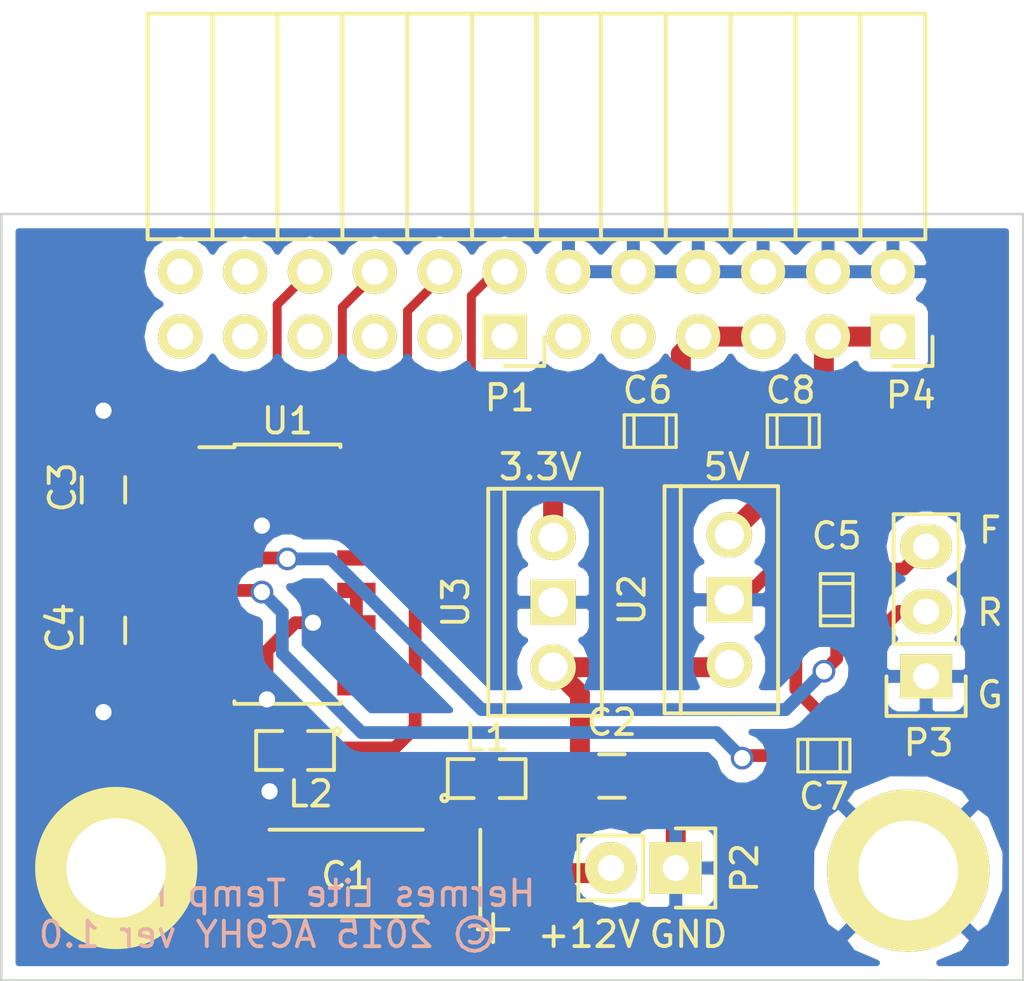
<source format=kicad_pcb>
(kicad_pcb (version 4) (host pcbnew "(2014-10-27 BZR 5228)-product")

  (general
    (links 47)
    (no_connects 0)
    (area 123.949999 99.949999 164.050001 130.050001)
    (thickness 1.6)
    (drawings 10)
    (tracks 137)
    (zones 0)
    (modules 19)
    (nets 31)
  )

  (page A4)
  (layers
    (0 F.Cu signal)
    (31 B.Cu signal)
    (32 B.Adhes user)
    (33 F.Adhes user)
    (34 B.Paste user)
    (35 F.Paste user)
    (36 B.SilkS user)
    (37 F.SilkS user)
    (38 B.Mask user)
    (39 F.Mask user)
    (40 Dwgs.User user)
    (41 Cmts.User user)
    (42 Eco1.User user)
    (43 Eco2.User user)
    (44 Edge.Cuts user)
    (45 Margin user)
    (46 B.CrtYd user)
    (47 F.CrtYd user)
    (48 B.Fab user)
    (49 F.Fab user)
  )

  (setup
    (last_trace_width 0.35)
    (user_trace_width 0.5)
    (user_trace_width 0.78)
    (trace_clearance 0.19812)
    (zone_clearance 0.508)
    (zone_45_only no)
    (trace_min 0.254)
    (segment_width 0.2)
    (edge_width 0.1)
    (via_size 0.889)
    (via_drill 0.635)
    (via_min_size 0.889)
    (via_min_drill 0.508)
    (uvia_size 0.508)
    (uvia_drill 0.127)
    (uvias_allowed no)
    (uvia_min_size 0.508)
    (uvia_min_drill 0.127)
    (pcb_text_width 0.3)
    (pcb_text_size 1.5 1.5)
    (mod_edge_width 0.15)
    (mod_text_size 1 1)
    (mod_text_width 0.15)
    (pad_size 6.35 6.35)
    (pad_drill 3.9)
    (pad_to_mask_clearance 0)
    (aux_axis_origin 0 0)
    (visible_elements 7FFFFF7F)
    (pcbplotparams
      (layerselection 0x010f0_80000001)
      (usegerberextensions true)
      (excludeedgelayer true)
      (linewidth 0.100000)
      (plotframeref false)
      (viasonmask false)
      (mode 1)
      (useauxorigin true)
      (hpglpennumber 1)
      (hpglpenspeed 20)
      (hpglpendiameter 15)
      (hpglpenoverlay 2)
      (psnegative false)
      (psa4output false)
      (plotreference true)
      (plotvalue true)
      (plotinvisibletext false)
      (padsonsilk false)
      (subtractmaskfromsilk false)
      (outputformat 1)
      (mirror false)
      (drillshape 0)
      (scaleselection 1)
      (outputdirectory gerbers/))
  )

  (net 0 "")
  (net 1 "Net-(C1-Pad1)")
  (net 2 GND)
  (net 3 "Net-(C5-Pad1)")
  (net 4 "Net-(C8-Pad1)")
  (net 5 "Net-(C7-Pad1)")
  (net 6 "Net-(C8-Pad2)")
  (net 7 "Net-(C6-Pad1)")
  (net 8 "Net-(C6-Pad2)")
  (net 9 "Net-(C2-Pad1)")
  (net 10 "Net-(C3-Pad1)")
  (net 11 "Net-(C5-Pad2)")
  (net 12 "Net-(C7-Pad2)")
  (net 13 "Net-(P1-Pad1)")
  (net 14 "Net-(P1-Pad2)")
  (net 15 "Net-(P1-Pad3)")
  (net 16 "Net-(P1-Pad4)")
  (net 17 "Net-(P1-Pad5)")
  (net 18 "Net-(P1-Pad6)")
  (net 19 "Net-(P1-Pad7)")
  (net 20 "Net-(P1-Pad8)")
  (net 21 "Net-(P1-Pad9)")
  (net 22 "Net-(P1-Pad10)")
  (net 23 "Net-(P1-Pad11)")
  (net 24 "Net-(P1-Pad12)")
  (net 25 "Net-(P4-Pad9)")
  (net 26 "Net-(P4-Pad11)")
  (net 27 "Net-(U1-Pad7)")
  (net 28 "Net-(U1-Pad8)")
  (net 29 "Net-(U1-Pad9)")
  (net 30 "Net-(U1-Pad6)")

  (net_class Default "This is the default net class."
    (clearance 0.19812)
    (trace_width 0.35)
    (via_dia 0.889)
    (via_drill 0.635)
    (uvia_dia 0.508)
    (uvia_drill 0.127)
    (add_net GND)
    (add_net "Net-(C1-Pad1)")
    (add_net "Net-(C2-Pad1)")
    (add_net "Net-(C3-Pad1)")
    (add_net "Net-(C5-Pad2)")
    (add_net "Net-(C6-Pad1)")
    (add_net "Net-(C6-Pad2)")
    (add_net "Net-(C7-Pad1)")
    (add_net "Net-(C7-Pad2)")
    (add_net "Net-(C8-Pad1)")
    (add_net "Net-(C8-Pad2)")
    (add_net "Net-(P1-Pad1)")
    (add_net "Net-(P1-Pad10)")
    (add_net "Net-(P1-Pad11)")
    (add_net "Net-(P1-Pad12)")
    (add_net "Net-(P1-Pad2)")
    (add_net "Net-(P1-Pad3)")
    (add_net "Net-(P1-Pad4)")
    (add_net "Net-(P1-Pad5)")
    (add_net "Net-(P1-Pad6)")
    (add_net "Net-(P1-Pad7)")
    (add_net "Net-(P1-Pad8)")
    (add_net "Net-(P1-Pad9)")
    (add_net "Net-(P4-Pad11)")
    (add_net "Net-(P4-Pad9)")
    (add_net "Net-(U1-Pad6)")
    (add_net "Net-(U1-Pad7)")
    (add_net "Net-(U1-Pad8)")
    (add_net "Net-(U1-Pad9)")
  )

  (net_class 12V ""
    (clearance 0.254)
    (trace_width 0.635)
    (via_dia 0.889)
    (via_drill 0.635)
    (uvia_dia 0.508)
    (uvia_drill 0.127)
    (add_net "Net-(C5-Pad1)")
  )

  (module Capacitors_Tantalum_SMD:TantalC_SizeC_EIA-6032_HandSoldering (layer F.Cu) (tedit 551AAEED) (tstamp 54B94353)
    (at 137.5 125.8 180)
    (descr "Tantal Cap. , Size C, EIA-6032, Hand Soldering,")
    (tags "Tantal Cap. , Size C, EIA-6032, Hand Soldering,")
    (path /54B82D65)
    (attr smd)
    (fp_text reference C1 (at 0 -0.1 180) (layer F.SilkS)
      (effects (font (size 1 1) (thickness 0.15)))
    )
    (fp_text value "47uF 25V" (at -0.09906 3.59918 180) (layer F.SilkS) hide
      (effects (font (size 1 1) (thickness 0.15)))
    )
    (fp_line (start -5.25018 -1.69926) (end -5.25018 1.69926) (layer F.SilkS) (width 0.15))
    (fp_line (start 2.99974 1.69926) (end -2.99974 1.69926) (layer F.SilkS) (width 0.15))
    (fp_line (start 2.99974 -1.69926) (end -2.99974 -1.69926) (layer F.SilkS) (width 0.15))
    (fp_line (start -5.7531 -2.70256) (end -5.7531 -1.60274) (layer F.SilkS) (width 0.15))
    (fp_line (start -6.35254 -2.20218) (end -5.15366 -2.20218) (layer F.SilkS) (width 0.15))
    (pad 2 smd rect (at 2.99974 0 180) (size 3.50012 1.80086) (layers F.Cu F.Paste F.Mask)
      (net 2 GND))
    (pad 1 smd rect (at -2.99974 0 180) (size 3.50012 1.80086) (layers F.Cu F.Paste F.Mask)
      (net 1 "Net-(C1-Pad1)"))
    (model Capacitors_Tantalum_SMD/TantalC_SizeC_EIA-6032_HandSoldering.wrl
      (at (xyz 0 0 0))
      (scale (xyz 1 1 1))
      (rotate (xyz 0 0 180))
    )
  )

  (module SMD_Packages:SMD-0805 (layer F.Cu) (tedit 54BA5C55) (tstamp 54B9437A)
    (at 143 122.1)
    (path /54BA4EF4)
    (attr smd)
    (fp_text reference L1 (at 0 -1.6) (layer F.SilkS)
      (effects (font (size 1 1) (thickness 0.15)))
    )
    (fp_text value BLM21PG220SN1D (at 0 0.381) (layer F.SilkS) hide
      (effects (font (size 1 1) (thickness 0.15)))
    )
    (fp_circle (center -1.651 0.762) (end -1.651 0.635) (layer F.SilkS) (width 0.15))
    (fp_line (start -0.508 0.762) (end -1.524 0.762) (layer F.SilkS) (width 0.15))
    (fp_line (start -1.524 0.762) (end -1.524 -0.762) (layer F.SilkS) (width 0.15))
    (fp_line (start -1.524 -0.762) (end -0.508 -0.762) (layer F.SilkS) (width 0.15))
    (fp_line (start 0.508 -0.762) (end 1.524 -0.762) (layer F.SilkS) (width 0.15))
    (fp_line (start 1.524 -0.762) (end 1.524 0.762) (layer F.SilkS) (width 0.15))
    (fp_line (start 1.524 0.762) (end 0.508 0.762) (layer F.SilkS) (width 0.15))
    (pad 1 smd rect (at -0.9525 0) (size 0.889 1.397) (layers F.Cu F.Paste F.Mask)
      (net 1 "Net-(C1-Pad1)"))
    (pad 2 smd rect (at 0.9525 0) (size 0.889 1.397) (layers F.Cu F.Paste F.Mask)
      (net 9 "Net-(C2-Pad1)"))
    (model SMD_Packages/SMD-0805.wrl
      (at (xyz 0 0 0))
      (scale (xyz 0.1 0.1 0.1))
      (rotate (xyz 0 0 0))
    )
  )

  (module SMD_Packages:SMD-0805 (layer F.Cu) (tedit 551AB347) (tstamp 54B9437F)
    (at 135.5 121 180)
    (path /551ACE78)
    (attr smd)
    (fp_text reference L2 (at -0.6 -1.7 360) (layer F.SilkS)
      (effects (font (size 1 1) (thickness 0.15)))
    )
    (fp_text value BLM21PG220SN1D (at 0 0.381 180) (layer F.SilkS) hide
      (effects (font (size 1 1) (thickness 0.15)))
    )
    (fp_circle (center -1.651 0.762) (end -1.651 0.635) (layer F.SilkS) (width 0.15))
    (fp_line (start -0.508 0.762) (end -1.524 0.762) (layer F.SilkS) (width 0.15))
    (fp_line (start -1.524 0.762) (end -1.524 -0.762) (layer F.SilkS) (width 0.15))
    (fp_line (start -1.524 -0.762) (end -0.508 -0.762) (layer F.SilkS) (width 0.15))
    (fp_line (start 0.508 -0.762) (end 1.524 -0.762) (layer F.SilkS) (width 0.15))
    (fp_line (start 1.524 -0.762) (end 1.524 0.762) (layer F.SilkS) (width 0.15))
    (fp_line (start 1.524 0.762) (end 0.508 0.762) (layer F.SilkS) (width 0.15))
    (pad 1 smd rect (at -0.9525 0 180) (size 0.889 1.397) (layers F.Cu F.Paste F.Mask)
      (net 8 "Net-(C6-Pad2)"))
    (pad 2 smd rect (at 0.9525 0 180) (size 0.889 1.397) (layers F.Cu F.Paste F.Mask)
      (net 10 "Net-(C3-Pad1)"))
    (model SMD_Packages/SMD-0805.wrl
      (at (xyz 0 0 0))
      (scale (xyz 0.1 0.1 0.1))
      (rotate (xyz 0 0 0))
    )
  )

  (module Capacitors_SMD:C_0805_HandSoldering (layer F.Cu) (tedit 551AB344) (tstamp 54B948B7)
    (at 128 116.3 270)
    (descr "Capacitor SMD 0805, hand soldering")
    (tags "capacitor 0805")
    (path /551ACF21)
    (attr smd)
    (fp_text reference C4 (at -0.1 1.7 270) (layer F.SilkS)
      (effects (font (size 1 1) (thickness 0.15)))
    )
    (fp_text value 10uF (at 0 2.1 270) (layer F.SilkS) hide
      (effects (font (size 1 1) (thickness 0.15)))
    )
    (fp_line (start -2.3 -1) (end 2.3 -1) (layer F.CrtYd) (width 0.05))
    (fp_line (start -2.3 1) (end 2.3 1) (layer F.CrtYd) (width 0.05))
    (fp_line (start -2.3 -1) (end -2.3 1) (layer F.CrtYd) (width 0.05))
    (fp_line (start 2.3 -1) (end 2.3 1) (layer F.CrtYd) (width 0.05))
    (fp_line (start 0.5 -0.85) (end -0.5 -0.85) (layer F.SilkS) (width 0.15))
    (fp_line (start -0.5 0.85) (end 0.5 0.85) (layer F.SilkS) (width 0.15))
    (pad 1 smd rect (at -1.25 0 270) (size 1.5 1.25) (layers F.Cu F.Paste F.Mask)
      (net 10 "Net-(C3-Pad1)"))
    (pad 2 smd rect (at 1.25 0 270) (size 1.5 1.25) (layers F.Cu F.Paste F.Mask)
      (net 2 GND))
    (model Capacitors_SMD/C_0805_HandSoldering.wrl
      (at (xyz 0 0 0))
      (scale (xyz 1 1 1))
      (rotate (xyz 0 0 0))
    )
  )

  (module Capacitors_SMD:C_0805_HandSoldering (layer F.Cu) (tedit 54BA5F4B) (tstamp 54BA553D)
    (at 128 110.8 90)
    (descr "Capacitor SMD 0805, hand soldering")
    (tags "capacitor 0805")
    (path /551ACFBF)
    (attr smd)
    (fp_text reference C3 (at 0.1 -1.6 90) (layer F.SilkS)
      (effects (font (size 1 1) (thickness 0.15)))
    )
    (fp_text value 100nF (at 0 2.1 90) (layer F.SilkS) hide
      (effects (font (size 1 1) (thickness 0.15)))
    )
    (fp_line (start -2.3 -1) (end 2.3 -1) (layer F.CrtYd) (width 0.05))
    (fp_line (start -2.3 1) (end 2.3 1) (layer F.CrtYd) (width 0.05))
    (fp_line (start -2.3 -1) (end -2.3 1) (layer F.CrtYd) (width 0.05))
    (fp_line (start 2.3 -1) (end 2.3 1) (layer F.CrtYd) (width 0.05))
    (fp_line (start 0.5 -0.85) (end -0.5 -0.85) (layer F.SilkS) (width 0.15))
    (fp_line (start -0.5 0.85) (end 0.5 0.85) (layer F.SilkS) (width 0.15))
    (pad 1 smd rect (at -1.25 0 90) (size 1.5 1.25) (layers F.Cu F.Paste F.Mask)
      (net 10 "Net-(C3-Pad1)"))
    (pad 2 smd rect (at 1.25 0 90) (size 1.5 1.25) (layers F.Cu F.Paste F.Mask)
      (net 2 GND))
    (model Capacitors_SMD/C_0805_HandSoldering.wrl
      (at (xyz 0 0 0))
      (scale (xyz 1 1 1))
      (rotate (xyz 0 0 0))
    )
  )

  (module Capacitors_SMD:C_0805_HandSoldering (layer F.Cu) (tedit 551AB339) (tstamp 551AAAA4)
    (at 147.9 122)
    (descr "Capacitor SMD 0805, hand soldering")
    (tags "capacitor 0805")
    (path /551AAA77)
    (attr smd)
    (fp_text reference C2 (at 0 -2.1) (layer F.SilkS)
      (effects (font (size 1 1) (thickness 0.15)))
    )
    (fp_text value 10uF (at 0 2.1) (layer F.Fab) hide
      (effects (font (size 1 1) (thickness 0.15)))
    )
    (fp_line (start -2.3 -1) (end 2.3 -1) (layer F.CrtYd) (width 0.05))
    (fp_line (start -2.3 1) (end 2.3 1) (layer F.CrtYd) (width 0.05))
    (fp_line (start -2.3 -1) (end -2.3 1) (layer F.CrtYd) (width 0.05))
    (fp_line (start 2.3 -1) (end 2.3 1) (layer F.CrtYd) (width 0.05))
    (fp_line (start 0.5 -0.85) (end -0.5 -0.85) (layer F.SilkS) (width 0.15))
    (fp_line (start -0.5 0.85) (end 0.5 0.85) (layer F.SilkS) (width 0.15))
    (pad 1 smd rect (at -1.25 0) (size 1.5 1.25) (layers F.Cu F.Paste F.Mask)
      (net 9 "Net-(C2-Pad1)"))
    (pad 2 smd rect (at 1.25 0) (size 1.5 1.25) (layers F.Cu F.Paste F.Mask)
      (net 2 GND))
    (model Capacitors_SMD.3dshapes/C_0805_HandSoldering.wrl
      (at (xyz 0 0 0))
      (scale (xyz 1 1 1))
      (rotate (xyz 0 0 0))
    )
  )

  (module SMDCAP:cfeed_0805 (layer F.Cu) (tedit 551AB3FF) (tstamp 551AAAA9)
    (at 156.7 115.1 270)
    (descr "SMT FeedThrough capacitor, 0805")
    (path /551ACA07)
    (fp_text reference C5 (at -2.5 0 360) (layer F.SilkS)
      (effects (font (size 1 1) (thickness 0.15)))
    )
    (fp_text value NFM21PC224R1C3D (at 0 0.9906 270) (layer F.SilkS) hide
      (effects (font (size 0.29972 0.29972) (thickness 0.06096)))
    )
    (fp_line (start 0.635 -0.635) (end 0.635 0.635) (layer F.SilkS) (width 0.127))
    (fp_line (start -0.635 -0.635) (end -0.635 0.6096) (layer F.SilkS) (width 0.127))
    (fp_line (start -1.016 -0.635) (end 1.016 -0.635) (layer F.SilkS) (width 0.127))
    (fp_line (start 1.016 -0.635) (end 1.016 0.635) (layer F.SilkS) (width 0.127))
    (fp_line (start 1.016 0.635) (end -1.016 0.635) (layer F.SilkS) (width 0.127))
    (fp_line (start -1.016 0.635) (end -1.016 -0.635) (layer F.SilkS) (width 0.127))
    (pad 1 smd rect (at 1.19888 0 270) (size 0.89916 1.24968) (layers F.Cu F.Paste F.Mask)
      (net 3 "Net-(C5-Pad1)"))
    (pad 2 smd rect (at -1.19888 0 270) (size 0.89916 1.24968) (layers F.Cu F.Paste F.Mask)
      (net 11 "Net-(C5-Pad2)"))
    (pad 3 smd rect (at 0 0 270) (size 0.50038 1.99898) (layers F.Cu F.Paste F.Mask)
      (net 2 GND))
    (model walter\smd_cap\c_0805.wrl
      (at (xyz 0 0 0))
      (scale (xyz 1 1 1))
      (rotate (xyz 0 0 0))
    )
  )

  (module SMDCAP:cfeed_0805 (layer F.Cu) (tedit 551AB55A) (tstamp 551AAAAF)
    (at 149.4 108.5 180)
    (descr "SMT FeedThrough capacitor, 0805")
    (path /551ABCE9)
    (fp_text reference C6 (at 0.1 1.6 180) (layer F.SilkS)
      (effects (font (size 1 1) (thickness 0.15)))
    )
    (fp_text value NFM21PC224R1C3D (at 0 0.9906 180) (layer F.SilkS) hide
      (effects (font (size 0.29972 0.29972) (thickness 0.06096)))
    )
    (fp_line (start 0.635 -0.635) (end 0.635 0.635) (layer F.SilkS) (width 0.127))
    (fp_line (start -0.635 -0.635) (end -0.635 0.6096) (layer F.SilkS) (width 0.127))
    (fp_line (start -1.016 -0.635) (end 1.016 -0.635) (layer F.SilkS) (width 0.127))
    (fp_line (start 1.016 -0.635) (end 1.016 0.635) (layer F.SilkS) (width 0.127))
    (fp_line (start 1.016 0.635) (end -1.016 0.635) (layer F.SilkS) (width 0.127))
    (fp_line (start -1.016 0.635) (end -1.016 -0.635) (layer F.SilkS) (width 0.127))
    (pad 1 smd rect (at 1.19888 0 180) (size 0.89916 1.24968) (layers F.Cu F.Paste F.Mask)
      (net 7 "Net-(C6-Pad1)"))
    (pad 2 smd rect (at -1.19888 0 180) (size 0.89916 1.24968) (layers F.Cu F.Paste F.Mask)
      (net 8 "Net-(C6-Pad2)"))
    (pad 3 smd rect (at 0 0 180) (size 0.50038 1.99898) (layers F.Cu F.Paste F.Mask)
      (net 2 GND))
    (model walter\smd_cap\c_0805.wrl
      (at (xyz 0 0 0))
      (scale (xyz 1 1 1))
      (rotate (xyz 0 0 0))
    )
  )

  (module SMDCAP:cfeed_0805 (layer F.Cu) (tedit 551AB3E7) (tstamp 551AAAB5)
    (at 156.2 121.2 180)
    (descr "SMT FeedThrough capacitor, 0805")
    (path /551ACA68)
    (fp_text reference C7 (at 0 -1.6 180) (layer F.SilkS)
      (effects (font (size 1 1) (thickness 0.15)))
    )
    (fp_text value NFM21PC224R1C3D (at 0 0.9906 180) (layer F.SilkS) hide
      (effects (font (size 0.29972 0.29972) (thickness 0.06096)))
    )
    (fp_line (start 0.635 -0.635) (end 0.635 0.635) (layer F.SilkS) (width 0.127))
    (fp_line (start -0.635 -0.635) (end -0.635 0.6096) (layer F.SilkS) (width 0.127))
    (fp_line (start -1.016 -0.635) (end 1.016 -0.635) (layer F.SilkS) (width 0.127))
    (fp_line (start 1.016 -0.635) (end 1.016 0.635) (layer F.SilkS) (width 0.127))
    (fp_line (start 1.016 0.635) (end -1.016 0.635) (layer F.SilkS) (width 0.127))
    (fp_line (start -1.016 0.635) (end -1.016 -0.635) (layer F.SilkS) (width 0.127))
    (pad 1 smd rect (at 1.19888 0 180) (size 0.89916 1.24968) (layers F.Cu F.Paste F.Mask)
      (net 5 "Net-(C7-Pad1)"))
    (pad 2 smd rect (at -1.19888 0 180) (size 0.89916 1.24968) (layers F.Cu F.Paste F.Mask)
      (net 12 "Net-(C7-Pad2)"))
    (pad 3 smd rect (at 0 0 180) (size 0.50038 1.99898) (layers F.Cu F.Paste F.Mask)
      (net 2 GND))
    (model walter\smd_cap\c_0805.wrl
      (at (xyz 0 0 0))
      (scale (xyz 1 1 1))
      (rotate (xyz 0 0 0))
    )
  )

  (module SMDCAP:cfeed_0805 (layer F.Cu) (tedit 551AB55F) (tstamp 551AAABB)
    (at 155 108.5 180)
    (descr "SMT FeedThrough capacitor, 0805")
    (path /551ABD48)
    (fp_text reference C8 (at 0.1 1.6 180) (layer F.SilkS)
      (effects (font (size 1 1) (thickness 0.15)))
    )
    (fp_text value NFM21PC224R1C3D (at 0 0.9906 180) (layer F.SilkS) hide
      (effects (font (size 0.29972 0.29972) (thickness 0.06096)))
    )
    (fp_line (start 0.635 -0.635) (end 0.635 0.635) (layer F.SilkS) (width 0.127))
    (fp_line (start -0.635 -0.635) (end -0.635 0.6096) (layer F.SilkS) (width 0.127))
    (fp_line (start -1.016 -0.635) (end 1.016 -0.635) (layer F.SilkS) (width 0.127))
    (fp_line (start 1.016 -0.635) (end 1.016 0.635) (layer F.SilkS) (width 0.127))
    (fp_line (start 1.016 0.635) (end -1.016 0.635) (layer F.SilkS) (width 0.127))
    (fp_line (start -1.016 0.635) (end -1.016 -0.635) (layer F.SilkS) (width 0.127))
    (pad 1 smd rect (at 1.19888 0 180) (size 0.89916 1.24968) (layers F.Cu F.Paste F.Mask)
      (net 4 "Net-(C8-Pad1)"))
    (pad 2 smd rect (at -1.19888 0 180) (size 0.89916 1.24968) (layers F.Cu F.Paste F.Mask)
      (net 6 "Net-(C8-Pad2)"))
    (pad 3 smd rect (at 0 0 180) (size 0.50038 1.99898) (layers F.Cu F.Paste F.Mask)
      (net 2 GND))
    (model walter\smd_cap\c_0805.wrl
      (at (xyz 0 0 0))
      (scale (xyz 1 1 1))
      (rotate (xyz 0 0 0))
    )
  )

  (module Pin_Headers:Pin_Header_Straight_1x02 (layer F.Cu) (tedit 551AB34C) (tstamp 551AAAD0)
    (at 150.4 125.6 270)
    (descr "Through hole pin header")
    (tags "pin header")
    (path /54B93508)
    (fp_text reference P2 (at 0 -2.7 270) (layer F.SilkS)
      (effects (font (size 1 1) (thickness 0.15)))
    )
    (fp_text value CONN_01X02 (at 0 -3.1 270) (layer F.Fab) hide
      (effects (font (size 1 1) (thickness 0.15)))
    )
    (fp_line (start 1.27 1.27) (end 1.27 3.81) (layer F.SilkS) (width 0.15))
    (fp_line (start 1.55 -1.55) (end 1.55 0) (layer F.SilkS) (width 0.15))
    (fp_line (start -1.75 -1.75) (end -1.75 4.3) (layer F.CrtYd) (width 0.05))
    (fp_line (start 1.75 -1.75) (end 1.75 4.3) (layer F.CrtYd) (width 0.05))
    (fp_line (start -1.75 -1.75) (end 1.75 -1.75) (layer F.CrtYd) (width 0.05))
    (fp_line (start -1.75 4.3) (end 1.75 4.3) (layer F.CrtYd) (width 0.05))
    (fp_line (start 1.27 1.27) (end -1.27 1.27) (layer F.SilkS) (width 0.15))
    (fp_line (start -1.55 0) (end -1.55 -1.55) (layer F.SilkS) (width 0.15))
    (fp_line (start -1.55 -1.55) (end 1.55 -1.55) (layer F.SilkS) (width 0.15))
    (fp_line (start -1.27 1.27) (end -1.27 3.81) (layer F.SilkS) (width 0.15))
    (fp_line (start -1.27 3.81) (end 1.27 3.81) (layer F.SilkS) (width 0.15))
    (pad 1 thru_hole rect (at 0 0 270) (size 2.032 2.032) (drill 1.016) (layers *.Cu *.Mask F.SilkS)
      (net 2 GND))
    (pad 2 thru_hole oval (at 0 2.54 270) (size 2.032 2.032) (drill 1.016) (layers *.Cu *.Mask F.SilkS)
      (net 1 "Net-(C1-Pad1)"))
    (model Pin_Headers.3dshapes/Pin_Header_Straight_1x02.wrl
      (at (xyz 0 -0.05 0))
      (scale (xyz 1 1 1))
      (rotate (xyz 0 0 90))
    )
  )

  (module Pin_Headers:Pin_Header_Straight_1x03 (layer F.Cu) (tedit 551AB34E) (tstamp 551AAADB)
    (at 160.2 118.1 180)
    (descr "Through hole pin header")
    (tags "pin header")
    (path /551AC844)
    (fp_text reference P3 (at -0.1 -2.6 180) (layer F.SilkS)
      (effects (font (size 1 1) (thickness 0.15)))
    )
    (fp_text value CONN_01X03 (at 0 -3.1 180) (layer F.Fab) hide
      (effects (font (size 1 1) (thickness 0.15)))
    )
    (fp_line (start -1.75 -1.75) (end -1.75 6.85) (layer F.CrtYd) (width 0.05))
    (fp_line (start 1.75 -1.75) (end 1.75 6.85) (layer F.CrtYd) (width 0.05))
    (fp_line (start -1.75 -1.75) (end 1.75 -1.75) (layer F.CrtYd) (width 0.05))
    (fp_line (start -1.75 6.85) (end 1.75 6.85) (layer F.CrtYd) (width 0.05))
    (fp_line (start -1.27 1.27) (end -1.27 6.35) (layer F.SilkS) (width 0.15))
    (fp_line (start -1.27 6.35) (end 1.27 6.35) (layer F.SilkS) (width 0.15))
    (fp_line (start 1.27 6.35) (end 1.27 1.27) (layer F.SilkS) (width 0.15))
    (fp_line (start 1.55 -1.55) (end 1.55 0) (layer F.SilkS) (width 0.15))
    (fp_line (start 1.27 1.27) (end -1.27 1.27) (layer F.SilkS) (width 0.15))
    (fp_line (start -1.55 0) (end -1.55 -1.55) (layer F.SilkS) (width 0.15))
    (fp_line (start -1.55 -1.55) (end 1.55 -1.55) (layer F.SilkS) (width 0.15))
    (pad 1 thru_hole rect (at 0 0 180) (size 2.032 1.7272) (drill 1.016) (layers *.Cu *.Mask F.SilkS)
      (net 2 GND))
    (pad 2 thru_hole oval (at 0 2.54 180) (size 2.032 1.7272) (drill 1.016) (layers *.Cu *.Mask F.SilkS)
      (net 12 "Net-(C7-Pad2)"))
    (pad 3 thru_hole oval (at 0 5.08 180) (size 2.032 1.7272) (drill 1.016) (layers *.Cu *.Mask F.SilkS)
      (net 11 "Net-(C5-Pad2)"))
    (model Pin_Headers.3dshapes/Pin_Header_Straight_1x03.wrl
      (at (xyz 0 -0.1 0))
      (scale (xyz 1 1 1))
      (rotate (xyz 0 0 90))
    )
  )

  (module Housings_SOIC:SOIC-16_3.9x9.9mm_Pitch1.27mm (layer F.Cu) (tedit 551AB32A) (tstamp 551AABB2)
    (at 135.2 114.1)
    (descr "16-Lead Plastic Small Outline (SL) - Narrow, 3.90 mm Body [SOIC] (see Microchip Packaging Specification 00000049BS.pdf)")
    (tags "SOIC 1.27")
    (path /551AC3D3)
    (attr smd)
    (fp_text reference U1 (at 0 -6) (layer F.SilkS)
      (effects (font (size 1 1) (thickness 0.15)))
    )
    (fp_text value ADC78H90CIMT (at 0 6) (layer F.Fab) hide
      (effects (font (size 1 1) (thickness 0.15)))
    )
    (fp_line (start -3.7 -5.25) (end -3.7 5.25) (layer F.CrtYd) (width 0.05))
    (fp_line (start 3.7 -5.25) (end 3.7 5.25) (layer F.CrtYd) (width 0.05))
    (fp_line (start -3.7 -5.25) (end 3.7 -5.25) (layer F.CrtYd) (width 0.05))
    (fp_line (start -3.7 5.25) (end 3.7 5.25) (layer F.CrtYd) (width 0.05))
    (fp_line (start -2.075 -5.075) (end -2.075 -4.97) (layer F.SilkS) (width 0.15))
    (fp_line (start 2.075 -5.075) (end 2.075 -4.97) (layer F.SilkS) (width 0.15))
    (fp_line (start 2.075 5.075) (end 2.075 4.97) (layer F.SilkS) (width 0.15))
    (fp_line (start -2.075 5.075) (end -2.075 4.97) (layer F.SilkS) (width 0.15))
    (fp_line (start -2.075 -5.075) (end 2.075 -5.075) (layer F.SilkS) (width 0.15))
    (fp_line (start -2.075 5.075) (end 2.075 5.075) (layer F.SilkS) (width 0.15))
    (fp_line (start -2.075 -4.97) (end -3.45 -4.97) (layer F.SilkS) (width 0.15))
    (pad 1 smd rect (at -2.7 -4.445) (size 1.5 0.6) (layers F.Cu F.Paste F.Mask)
      (net 20 "Net-(P1-Pad8)"))
    (pad 2 smd rect (at -2.7 -3.175) (size 1.5 0.6) (layers F.Cu F.Paste F.Mask)
      (net 10 "Net-(C3-Pad1)"))
    (pad 3 smd rect (at -2.7 -1.905) (size 1.5 0.6) (layers F.Cu F.Paste F.Mask)
      (net 2 GND))
    (pad 4 smd rect (at -2.7 -0.635) (size 1.5 0.6) (layers F.Cu F.Paste F.Mask)
      (net 3 "Net-(C5-Pad1)"))
    (pad 5 smd rect (at -2.7 0.635) (size 1.5 0.6) (layers F.Cu F.Paste F.Mask)
      (net 5 "Net-(C7-Pad1)"))
    (pad 6 smd rect (at -2.7 1.905) (size 1.5 0.6) (layers F.Cu F.Paste F.Mask)
      (net 30 "Net-(U1-Pad6)"))
    (pad 7 smd rect (at -2.7 3.175) (size 1.5 0.6) (layers F.Cu F.Paste F.Mask)
      (net 27 "Net-(U1-Pad7)"))
    (pad 8 smd rect (at -2.7 4.445) (size 1.5 0.6) (layers F.Cu F.Paste F.Mask)
      (net 28 "Net-(U1-Pad8)"))
    (pad 9 smd rect (at 2.7 4.445) (size 1.5 0.6) (layers F.Cu F.Paste F.Mask)
      (net 29 "Net-(U1-Pad9)"))
    (pad 10 smd rect (at 2.7 3.175) (size 1.5 0.6) (layers F.Cu F.Paste F.Mask)
      (net 2 GND))
    (pad 11 smd rect (at 2.7 1.905) (size 1.5 0.6) (layers F.Cu F.Paste F.Mask)
      (net 2 GND))
    (pad 12 smd rect (at 2.7 0.635) (size 1.5 0.6) (layers F.Cu F.Paste F.Mask)
      (net 2 GND))
    (pad 13 smd rect (at 2.7 -0.635) (size 1.5 0.6) (layers F.Cu F.Paste F.Mask)
      (net 8 "Net-(C6-Pad2)"))
    (pad 14 smd rect (at 2.7 -1.905) (size 1.5 0.6) (layers F.Cu F.Paste F.Mask)
      (net 14 "Net-(P1-Pad2)"))
    (pad 15 smd rect (at 2.7 -3.175) (size 1.5 0.6) (layers F.Cu F.Paste F.Mask)
      (net 18 "Net-(P1-Pad6)"))
    (pad 16 smd rect (at 2.7 -4.445) (size 1.5 0.6) (layers F.Cu F.Paste F.Mask)
      (net 16 "Net-(P1-Pad4)"))
    (model Housings_SOIC.3dshapes/SOIC-16_3.9x9.9mm_Pitch1.27mm.wrl
      (at (xyz 0 0 0))
      (scale (xyz 1 1 1))
      (rotate (xyz 0 0 0))
    )
  )

  (module Socket_Strips:Socket_Strip_Angled_2x06 (layer F.Cu) (tedit 551AB356) (tstamp 551AAD64)
    (at 143.7 104.8 180)
    (descr "Through hole socket strip")
    (tags "socket strip")
    (path /551AC0E2)
    (fp_text reference P1 (at -0.2 -2.4 180) (layer F.SilkS)
      (effects (font (size 1 1) (thickness 0.15)))
    )
    (fp_text value "CN3 from HL" (at 0 -2.6 180) (layer F.Fab) hide
      (effects (font (size 1 1) (thickness 0.15)))
    )
    (fp_line (start -1.75 -1.35) (end -1.75 13.15) (layer F.CrtYd) (width 0.05))
    (fp_line (start 14.45 -1.35) (end 14.45 13.15) (layer F.CrtYd) (width 0.05))
    (fp_line (start -1.75 -1.35) (end 14.45 -1.35) (layer F.CrtYd) (width 0.05))
    (fp_line (start -1.75 13.15) (end 14.45 13.15) (layer F.CrtYd) (width 0.05))
    (fp_line (start 13.97 12.64) (end 13.97 3.81) (layer F.SilkS) (width 0.15))
    (fp_line (start 11.43 12.64) (end 13.97 12.64) (layer F.SilkS) (width 0.15))
    (fp_line (start 11.43 3.81) (end 13.97 3.81) (layer F.SilkS) (width 0.15))
    (fp_line (start 13.97 3.81) (end 13.97 12.64) (layer F.SilkS) (width 0.15))
    (fp_line (start 11.43 3.81) (end 11.43 12.64) (layer F.SilkS) (width 0.15))
    (fp_line (start 8.89 3.81) (end 11.43 3.81) (layer F.SilkS) (width 0.15))
    (fp_line (start 8.89 12.64) (end 11.43 12.64) (layer F.SilkS) (width 0.15))
    (fp_line (start 11.43 12.64) (end 11.43 3.81) (layer F.SilkS) (width 0.15))
    (fp_line (start 8.89 12.64) (end 8.89 3.81) (layer F.SilkS) (width 0.15))
    (fp_line (start 6.35 12.64) (end 8.89 12.64) (layer F.SilkS) (width 0.15))
    (fp_line (start 6.35 3.81) (end 8.89 3.81) (layer F.SilkS) (width 0.15))
    (fp_line (start 8.89 3.81) (end 8.89 12.64) (layer F.SilkS) (width 0.15))
    (fp_line (start 6.35 3.81) (end 6.35 12.64) (layer F.SilkS) (width 0.15))
    (fp_line (start 3.81 3.81) (end 6.35 3.81) (layer F.SilkS) (width 0.15))
    (fp_line (start 3.81 12.64) (end 6.35 12.64) (layer F.SilkS) (width 0.15))
    (fp_line (start 6.35 12.64) (end 6.35 3.81) (layer F.SilkS) (width 0.15))
    (fp_line (start 3.81 12.64) (end 3.81 3.81) (layer F.SilkS) (width 0.15))
    (fp_line (start 1.27 12.64) (end 3.81 12.64) (layer F.SilkS) (width 0.15))
    (fp_line (start 1.27 3.81) (end 3.81 3.81) (layer F.SilkS) (width 0.15))
    (fp_line (start 3.81 3.81) (end 3.81 12.64) (layer F.SilkS) (width 0.15))
    (fp_line (start 1.27 3.81) (end 1.27 12.64) (layer F.SilkS) (width 0.15))
    (fp_line (start -1.27 3.81) (end 1.27 3.81) (layer F.SilkS) (width 0.15))
    (fp_line (start 0 -1.15) (end -1.55 -1.15) (layer F.SilkS) (width 0.15))
    (fp_line (start -1.55 -1.15) (end -1.55 0) (layer F.SilkS) (width 0.15))
    (fp_line (start -1.27 3.81) (end -1.27 12.64) (layer F.SilkS) (width 0.15))
    (fp_line (start -1.27 12.64) (end 1.27 12.64) (layer F.SilkS) (width 0.15))
    (fp_line (start 1.27 12.64) (end 1.27 3.81) (layer F.SilkS) (width 0.15))
    (pad 1 thru_hole rect (at 0 0 180) (size 1.7272 1.7272) (drill 1.016) (layers *.Cu *.Mask F.SilkS)
      (net 13 "Net-(P1-Pad1)"))
    (pad 2 thru_hole oval (at 0 2.54 180) (size 1.7272 1.7272) (drill 1.016) (layers *.Cu *.Mask F.SilkS)
      (net 14 "Net-(P1-Pad2)"))
    (pad 3 thru_hole oval (at 2.54 0 180) (size 1.7272 1.7272) (drill 1.016) (layers *.Cu *.Mask F.SilkS)
      (net 15 "Net-(P1-Pad3)"))
    (pad 4 thru_hole oval (at 2.54 2.54 180) (size 1.7272 1.7272) (drill 1.016) (layers *.Cu *.Mask F.SilkS)
      (net 16 "Net-(P1-Pad4)"))
    (pad 5 thru_hole oval (at 5.08 0 180) (size 1.7272 1.7272) (drill 1.016) (layers *.Cu *.Mask F.SilkS)
      (net 17 "Net-(P1-Pad5)"))
    (pad 6 thru_hole oval (at 5.08 2.54 180) (size 1.7272 1.7272) (drill 1.016) (layers *.Cu *.Mask F.SilkS)
      (net 18 "Net-(P1-Pad6)"))
    (pad 7 thru_hole oval (at 7.62 0 180) (size 1.7272 1.7272) (drill 1.016) (layers *.Cu *.Mask F.SilkS)
      (net 19 "Net-(P1-Pad7)"))
    (pad 8 thru_hole oval (at 7.62 2.54 180) (size 1.7272 1.7272) (drill 1.016) (layers *.Cu *.Mask F.SilkS)
      (net 20 "Net-(P1-Pad8)"))
    (pad 9 thru_hole oval (at 10.16 0 180) (size 1.7272 1.7272) (drill 1.016) (layers *.Cu *.Mask F.SilkS)
      (net 21 "Net-(P1-Pad9)"))
    (pad 10 thru_hole oval (at 10.16 2.54 180) (size 1.7272 1.7272) (drill 1.016) (layers *.Cu *.Mask F.SilkS)
      (net 22 "Net-(P1-Pad10)"))
    (pad 11 thru_hole oval (at 12.7 0 180) (size 1.7272 1.7272) (drill 1.016) (layers *.Cu *.Mask F.SilkS)
      (net 23 "Net-(P1-Pad11)"))
    (pad 12 thru_hole oval (at 12.7 2.54 180) (size 1.7272 1.7272) (drill 1.016) (layers *.Cu *.Mask F.SilkS)
      (net 24 "Net-(P1-Pad12)"))
    (model Socket_Strips.3dshapes/Socket_Strip_Angled_2x06.wrl
      (at (xyz 0.25 -0.05 0))
      (scale (xyz 1 1 1))
      (rotate (xyz 0 0 180))
    )
  )

  (module Socket_Strips:Socket_Strip_Angled_2x06 (layer F.Cu) (tedit 551AB352) (tstamp 551AAD73)
    (at 158.9 104.8 180)
    (descr "Through hole socket strip")
    (tags "socket strip")
    (path /551AAD48)
    (fp_text reference P4 (at -0.7 -2.3 180) (layer F.SilkS)
      (effects (font (size 1 1) (thickness 0.15)))
    )
    (fp_text value CONN_02X06 (at 0 -2.6 180) (layer F.Fab) hide
      (effects (font (size 1 1) (thickness 0.15)))
    )
    (fp_line (start -1.75 -1.35) (end -1.75 13.15) (layer F.CrtYd) (width 0.05))
    (fp_line (start 14.45 -1.35) (end 14.45 13.15) (layer F.CrtYd) (width 0.05))
    (fp_line (start -1.75 -1.35) (end 14.45 -1.35) (layer F.CrtYd) (width 0.05))
    (fp_line (start -1.75 13.15) (end 14.45 13.15) (layer F.CrtYd) (width 0.05))
    (fp_line (start 13.97 12.64) (end 13.97 3.81) (layer F.SilkS) (width 0.15))
    (fp_line (start 11.43 12.64) (end 13.97 12.64) (layer F.SilkS) (width 0.15))
    (fp_line (start 11.43 3.81) (end 13.97 3.81) (layer F.SilkS) (width 0.15))
    (fp_line (start 13.97 3.81) (end 13.97 12.64) (layer F.SilkS) (width 0.15))
    (fp_line (start 11.43 3.81) (end 11.43 12.64) (layer F.SilkS) (width 0.15))
    (fp_line (start 8.89 3.81) (end 11.43 3.81) (layer F.SilkS) (width 0.15))
    (fp_line (start 8.89 12.64) (end 11.43 12.64) (layer F.SilkS) (width 0.15))
    (fp_line (start 11.43 12.64) (end 11.43 3.81) (layer F.SilkS) (width 0.15))
    (fp_line (start 8.89 12.64) (end 8.89 3.81) (layer F.SilkS) (width 0.15))
    (fp_line (start 6.35 12.64) (end 8.89 12.64) (layer F.SilkS) (width 0.15))
    (fp_line (start 6.35 3.81) (end 8.89 3.81) (layer F.SilkS) (width 0.15))
    (fp_line (start 8.89 3.81) (end 8.89 12.64) (layer F.SilkS) (width 0.15))
    (fp_line (start 6.35 3.81) (end 6.35 12.64) (layer F.SilkS) (width 0.15))
    (fp_line (start 3.81 3.81) (end 6.35 3.81) (layer F.SilkS) (width 0.15))
    (fp_line (start 3.81 12.64) (end 6.35 12.64) (layer F.SilkS) (width 0.15))
    (fp_line (start 6.35 12.64) (end 6.35 3.81) (layer F.SilkS) (width 0.15))
    (fp_line (start 3.81 12.64) (end 3.81 3.81) (layer F.SilkS) (width 0.15))
    (fp_line (start 1.27 12.64) (end 3.81 12.64) (layer F.SilkS) (width 0.15))
    (fp_line (start 1.27 3.81) (end 3.81 3.81) (layer F.SilkS) (width 0.15))
    (fp_line (start 3.81 3.81) (end 3.81 12.64) (layer F.SilkS) (width 0.15))
    (fp_line (start 1.27 3.81) (end 1.27 12.64) (layer F.SilkS) (width 0.15))
    (fp_line (start -1.27 3.81) (end 1.27 3.81) (layer F.SilkS) (width 0.15))
    (fp_line (start 0 -1.15) (end -1.55 -1.15) (layer F.SilkS) (width 0.15))
    (fp_line (start -1.55 -1.15) (end -1.55 0) (layer F.SilkS) (width 0.15))
    (fp_line (start -1.27 3.81) (end -1.27 12.64) (layer F.SilkS) (width 0.15))
    (fp_line (start -1.27 12.64) (end 1.27 12.64) (layer F.SilkS) (width 0.15))
    (fp_line (start 1.27 12.64) (end 1.27 3.81) (layer F.SilkS) (width 0.15))
    (pad 1 thru_hole rect (at 0 0 180) (size 1.7272 1.7272) (drill 1.016) (layers *.Cu *.Mask F.SilkS)
      (net 6 "Net-(C8-Pad2)"))
    (pad 2 thru_hole oval (at 0 2.54 180) (size 1.7272 1.7272) (drill 1.016) (layers *.Cu *.Mask F.SilkS)
      (net 2 GND))
    (pad 3 thru_hole oval (at 2.54 0 180) (size 1.7272 1.7272) (drill 1.016) (layers *.Cu *.Mask F.SilkS)
      (net 6 "Net-(C8-Pad2)"))
    (pad 4 thru_hole oval (at 2.54 2.54 180) (size 1.7272 1.7272) (drill 1.016) (layers *.Cu *.Mask F.SilkS)
      (net 2 GND))
    (pad 5 thru_hole oval (at 5.08 0 180) (size 1.7272 1.7272) (drill 1.016) (layers *.Cu *.Mask F.SilkS)
      (net 8 "Net-(C6-Pad2)"))
    (pad 6 thru_hole oval (at 5.08 2.54 180) (size 1.7272 1.7272) (drill 1.016) (layers *.Cu *.Mask F.SilkS)
      (net 2 GND))
    (pad 7 thru_hole oval (at 7.62 0 180) (size 1.7272 1.7272) (drill 1.016) (layers *.Cu *.Mask F.SilkS)
      (net 8 "Net-(C6-Pad2)"))
    (pad 8 thru_hole oval (at 7.62 2.54 180) (size 1.7272 1.7272) (drill 1.016) (layers *.Cu *.Mask F.SilkS)
      (net 2 GND))
    (pad 9 thru_hole oval (at 10.16 0 180) (size 1.7272 1.7272) (drill 1.016) (layers *.Cu *.Mask F.SilkS)
      (net 25 "Net-(P4-Pad9)"))
    (pad 10 thru_hole oval (at 10.16 2.54 180) (size 1.7272 1.7272) (drill 1.016) (layers *.Cu *.Mask F.SilkS)
      (net 2 GND))
    (pad 11 thru_hole oval (at 12.7 0 180) (size 1.7272 1.7272) (drill 1.016) (layers *.Cu *.Mask F.SilkS)
      (net 26 "Net-(P4-Pad11)"))
    (pad 12 thru_hole oval (at 12.7 2.54 180) (size 1.7272 1.7272) (drill 1.016) (layers *.Cu *.Mask F.SilkS)
      (net 2 GND))
    (model Socket_Strips.3dshapes/Socket_Strip_Angled_2x06.wrl
      (at (xyz 0.25 -0.05 0))
      (scale (xyz 1 1 1))
      (rotate (xyz 0 0 180))
    )
  )

  (module Discret:LM78XXV (layer F.Cu) (tedit 551AAE63) (tstamp 551AAEA5)
    (at 152.5 115.1 180)
    (descr "Regulateur TO220 serie LM78xx")
    (tags "TR TO220")
    (path /551AA861)
    (fp_text reference U2 (at 3.81 0 270) (layer F.SilkS)
      (effects (font (size 1 1) (thickness 0.15)))
    )
    (fp_text value "Oki 5V Reg" (at -3.175 -0.635 270) (layer F.Fab) hide
      (effects (font (size 1 1) (thickness 0.15)))
    )
    (fp_line (start 1.905 -4.445) (end 2.54 -4.445) (layer F.SilkS) (width 0.15))
    (fp_line (start 2.54 -4.445) (end 2.54 4.445) (layer F.SilkS) (width 0.15))
    (fp_line (start 2.54 4.445) (end 1.905 4.445) (layer F.SilkS) (width 0.15))
    (fp_line (start -1.905 -4.445) (end 1.905 -4.445) (layer F.SilkS) (width 0.15))
    (fp_line (start 1.905 -4.445) (end 1.905 4.445) (layer F.SilkS) (width 0.15))
    (fp_line (start 1.905 4.445) (end -1.905 4.445) (layer F.SilkS) (width 0.15))
    (fp_line (start -1.905 4.445) (end -1.905 -4.445) (layer F.SilkS) (width 0.15))
    (pad VI thru_hole circle (at 0 -2.54 180) (size 1.778 1.778) (drill 1.143) (layers *.Cu *.Mask F.SilkS)
      (net 9 "Net-(C2-Pad1)"))
    (pad GND thru_hole rect (at 0 0 180) (size 1.778 1.778) (drill 1.143) (layers *.Cu *.Mask F.SilkS)
      (net 2 GND))
    (pad VO thru_hole circle (at 0 2.54 180) (size 1.778 1.778) (drill 1.143) (layers *.Cu *.Mask F.SilkS)
      (net 4 "Net-(C8-Pad1)"))
  )

  (module Discret:LM78XXV (layer F.Cu) (tedit 551AAE5C) (tstamp 551AAEAB)
    (at 145.6 115.2 180)
    (descr "Regulateur TO220 serie LM78xx")
    (tags "TR TO220")
    (path /551AB4F2)
    (fp_text reference U3 (at 3.81 0 270) (layer F.SilkS)
      (effects (font (size 1 1) (thickness 0.15)))
    )
    (fp_text value "Oki 3.3V Reg" (at -3.175 -0.635 270) (layer F.Fab) hide
      (effects (font (size 1 1) (thickness 0.15)))
    )
    (fp_line (start 1.905 -4.445) (end 2.54 -4.445) (layer F.SilkS) (width 0.15))
    (fp_line (start 2.54 -4.445) (end 2.54 4.445) (layer F.SilkS) (width 0.15))
    (fp_line (start 2.54 4.445) (end 1.905 4.445) (layer F.SilkS) (width 0.15))
    (fp_line (start -1.905 -4.445) (end 1.905 -4.445) (layer F.SilkS) (width 0.15))
    (fp_line (start 1.905 -4.445) (end 1.905 4.445) (layer F.SilkS) (width 0.15))
    (fp_line (start 1.905 4.445) (end -1.905 4.445) (layer F.SilkS) (width 0.15))
    (fp_line (start -1.905 4.445) (end -1.905 -4.445) (layer F.SilkS) (width 0.15))
    (pad VI thru_hole circle (at 0 -2.54 180) (size 1.778 1.778) (drill 1.143) (layers *.Cu *.Mask F.SilkS)
      (net 9 "Net-(C2-Pad1)"))
    (pad GND thru_hole rect (at 0 0 180) (size 1.778 1.778) (drill 1.143) (layers *.Cu *.Mask F.SilkS)
      (net 2 GND))
    (pad VO thru_hole circle (at 0 2.54 180) (size 1.778 1.778) (drill 1.143) (layers *.Cu *.Mask F.SilkS)
      (net 7 "Net-(C6-Pad1)"))
  )

  (module HERMESLITE:MH (layer F.Cu) (tedit 551AB5E4) (tstamp 551AB580)
    (at 159.5 125.7)
    (fp_text reference MH (at -4.1 -2) (layer F.SilkS) hide
      (effects (font (size 0.7 0.7) (thickness 0.1)))
    )
    (fp_text value VAL** (at -4.5 1.6) (layer F.SilkS) hide
      (effects (font (size 0.7 0.7) (thickness 0.1)))
    )
    (pad 2 thru_hole circle (at 0 0) (size 6.35 6.35) (drill 3.9) (layers *.Cu *.Mask F.SilkS)
      (net 2 GND))
  )

  (module HERMESLITE:MH (layer F.Cu) (tedit 551AB5D4) (tstamp 551AB586)
    (at 128.5 125.6)
    (zone_connect 2)
    (fp_text reference MH (at -4.1 -2) (layer F.SilkS) hide
      (effects (font (size 0.7 0.7) (thickness 0.1)))
    )
    (fp_text value VAL** (at -4.5 1.6) (layer F.SilkS) hide
      (effects (font (size 0.7 0.7) (thickness 0.1)))
    )
    (pad 1 thru_hole circle (at 0 0) (size 6.35 6.35) (drill 3.9) (layers *.Cu *.Mask F.SilkS)
      (net 2 GND) (zone_connect 2))
  )

  (gr_text "F\n\nR\n\nG" (at 162.7 115.6) (layer F.SilkS)
    (effects (font (size 1 1) (thickness 0.15)))
  )
  (gr_text 5V (at 152.4 109.9) (layer F.SilkS)
    (effects (font (size 1 1) (thickness 0.15)))
  )
  (gr_text 3.3V (at 145.1 109.9) (layer F.SilkS)
    (effects (font (size 1 1) (thickness 0.15)))
  )
  (gr_text "Hermes Lite Temp Pwr\n  © 2015 AC9HY ver 1.0" (at 145 127.4) (layer B.SilkS)
    (effects (font (size 1 1) (thickness 0.15)) (justify left mirror))
  )
  (gr_text GND (at 150.9 128.2) (layer F.SilkS)
    (effects (font (size 1 1) (thickness 0.15)))
  )
  (gr_text +12V (at 147 128.2) (layer F.SilkS)
    (effects (font (size 1 1) (thickness 0.15)))
  )
  (gr_line (start 124 100) (end 164 100) (angle 90) (layer Edge.Cuts) (width 0.1))
  (gr_line (start 164 130) (end 124 130) (angle 90) (layer Edge.Cuts) (width 0.1) (tstamp 54B8262A))
  (gr_line (start 124 130) (end 124 100) (angle 90) (layer Edge.Cuts) (width 0.1))
  (gr_line (start 164 100) (end 164 130) (angle 90) (layer Edge.Cuts) (width 0.1))

  (segment (start 140.49974 123.80026) (end 140.49974 125.8) (width 0.78) (layer F.Cu) (net 1) (tstamp 551AAFB6))
  (segment (start 142.0475 122.2525) (end 140.49974 123.80026) (width 0.78) (layer F.Cu) (net 1) (tstamp 551AAFB5))
  (segment (start 142.0475 122.1) (end 142.0475 122.2525) (width 0.35) (layer F.Cu) (net 1))
  (segment (start 147.66 125.8) (end 147.86 125.6) (width 0.35) (layer F.Cu) (net 1) (tstamp 551AB1C8))
  (segment (start 140.49974 125.8) (end 147.66 125.8) (width 0.78) (layer F.Cu) (net 1))
  (segment (start 154.9 115.1) (end 152.5 115.1) (width 0.5) (layer F.Cu) (net 2) (tstamp 551AB108))
  (segment (start 155.1 115.1) (end 154.9 115.1) (width 0.5) (layer F.Cu) (net 2) (tstamp 551AB181))
  (segment (start 156.7 115.1) (end 155.1 115.1) (width 0.5) (layer F.Cu) (net 2))
  (segment (start 149.4 114.1) (end 149.4 108.5) (width 0.5) (layer F.Cu) (net 2) (tstamp 551AAF36))
  (segment (start 150.4 115.1) (end 149.4 114.1) (width 0.5) (layer F.Cu) (net 2) (tstamp 551AAF35))
  (segment (start 152.5 115.1) (end 150.4 115.1) (width 0.5) (layer F.Cu) (net 2))
  (segment (start 155 113.1) (end 155 108.5) (width 0.5) (layer F.Cu) (net 2) (tstamp 551AAFA1))
  (segment (start 153 115.1) (end 155 113.1) (width 0.5) (layer F.Cu) (net 2) (tstamp 551AAFA0))
  (segment (start 152.5 115.1) (end 153 115.1) (width 0.35) (layer F.Cu) (net 2))
  (segment (start 150.4 123.4) (end 150.4 125.6) (width 0.78) (layer F.Cu) (net 2) (tstamp 551AAFAF))
  (segment (start 149.15 122.15) (end 150.4 123.4) (width 0.78) (layer F.Cu) (net 2) (tstamp 551AAFAE))
  (segment (start 149.15 122) (end 149.15 122.15) (width 0.35) (layer F.Cu) (net 2))
  (via (at 134.5 122.6) (size 0.889) (layers F.Cu B.Cu) (net 2))
  (segment (start 134.50026 122.60026) (end 134.5 122.6) (width 0.5) (layer F.Cu) (net 2) (tstamp 551AAFBA))
  (segment (start 134.50026 125.8) (end 134.50026 122.60026) (width 0.5) (layer F.Cu) (net 2))
  (via (at 134.2 112.2) (size 0.889) (layers F.Cu B.Cu) (net 2))
  (segment (start 134.195 112.195) (end 134.2 112.2) (width 0.5) (layer F.Cu) (net 2) (tstamp 551AAFBF))
  (segment (start 132.5 112.195) (end 134.195 112.195) (width 0.5) (layer F.Cu) (net 2))
  (segment (start 137.9 114.735) (end 137.9 116.005) (width 0.5) (layer F.Cu) (net 2))
  (segment (start 137.9 116.005) (end 137.9 117.275) (width 0.5) (layer F.Cu) (net 2))
  (via (at 128 119.5) (size 0.889) (layers F.Cu B.Cu) (net 2))
  (segment (start 128 117.55) (end 128 119.5) (width 0.5) (layer F.Cu) (net 2))
  (via (at 128 107.7) (size 0.889) (layers F.Cu B.Cu) (net 2))
  (segment (start 128 109.55) (end 128 107.7) (width 0.5) (layer F.Cu) (net 2))
  (segment (start 156.3 121.1) (end 156.2 121.2) (width 0.35) (layer F.Cu) (net 2) (tstamp 551AB166))
  (segment (start 155.1 115.2) (end 155.1 115.1) (width 0.35) (layer F.Cu) (net 2) (tstamp 551AB180))
  (segment (start 155.1 115.1) (end 155.1 115.2) (width 0.35) (layer F.Cu) (net 2) (tstamp 551AB17C))
  (segment (start 155.1 118.6) (end 155.1 115.1) (width 0.5) (layer F.Cu) (net 2) (tstamp 551AB17B))
  (segment (start 156.2 119.7) (end 155.1 118.6) (width 0.5) (layer F.Cu) (net 2) (tstamp 551AB17A))
  (segment (start 156.2 121.2) (end 156.2 119.7) (width 0.5) (layer F.Cu) (net 2))
  (segment (start 135.5 116) (end 134.4 117.1) (width 0.5) (layer F.Cu) (net 2) (tstamp 551AB632))
  (segment (start 134.4 117.1) (end 134.4 119) (width 0.5) (layer F.Cu) (net 2) (tstamp 551AB634))
  (via (at 134.4 119) (size 0.889) (layers F.Cu B.Cu) (net 2))
  (via (at 136.2 116) (size 0.889) (layers F.Cu B.Cu) (net 2))
  (segment (start 137.9 116.005) (end 136.205 116.005) (width 0.5) (layer F.Cu) (net 2))
  (segment (start 136.205 116.005) (end 136.2 116) (width 0.5) (layer F.Cu) (net 2) (tstamp 551AAFC3))
  (segment (start 136.2 116) (end 135.5 116) (width 0.5) (layer F.Cu) (net 2))
  (segment (start 135.165 113.465) (end 132.5 113.465) (width 0.5) (layer F.Cu) (net 3) (tstamp 551AB1C4))
  (segment (start 135.2 113.5) (end 135.165 113.465) (width 0.5) (layer F.Cu) (net 3) (tstamp 551AB1C3))
  (via (at 135.2 113.5) (size 0.889) (layers F.Cu B.Cu) (net 3))
  (segment (start 136.9 113.5) (end 135.2 113.5) (width 0.5) (layer B.Cu) (net 3) (tstamp 551AB1C0))
  (segment (start 142.8 119.4) (end 136.9 113.5) (width 0.5) (layer B.Cu) (net 3) (tstamp 551AB1B8))
  (segment (start 154.7 119.4) (end 142.8 119.4) (width 0.5) (layer B.Cu) (net 3) (tstamp 551AB1B1))
  (segment (start 156.2 117.9) (end 154.7 119.4) (width 0.5) (layer B.Cu) (net 3) (tstamp 551AB1B0))
  (via (at 156.2 117.9) (size 0.889) (layers F.Cu B.Cu) (net 3))
  (segment (start 156.7 117.4) (end 156.2 117.9) (width 0.5) (layer F.Cu) (net 3) (tstamp 551AB1AC))
  (segment (start 156.7 116.29888) (end 156.7 117.4) (width 0.5) (layer F.Cu) (net 3))
  (segment (start 152.4 112.66) (end 152.5 112.56) (width 0.35) (layer F.Cu) (net 4) (tstamp 551AAF07))
  (segment (start 153.80112 111.25888) (end 152.5 112.56) (width 0.78) (layer F.Cu) (net 4) (tstamp 551AAF9C))
  (segment (start 153.80112 108.5) (end 153.80112 111.25888) (width 0.78) (layer F.Cu) (net 4))
  (segment (start 153.1 121.2) (end 155.00112 121.2) (width 0.5) (layer F.Cu) (net 5) (tstamp 551AB199))
  (segment (start 153 121.3) (end 153.1 121.2) (width 0.5) (layer F.Cu) (net 5) (tstamp 551AB198))
  (via (at 153 121.3) (size 0.889) (layers F.Cu B.Cu) (net 5))
  (segment (start 152 120.3) (end 153 121.3) (width 0.5) (layer B.Cu) (net 5) (tstamp 551AB196))
  (segment (start 138.1 120.3) (end 152 120.3) (width 0.5) (layer B.Cu) (net 5) (tstamp 551AB192))
  (segment (start 135 117.2) (end 138.1 120.3) (width 0.5) (layer B.Cu) (net 5) (tstamp 551AB18F))
  (segment (start 135 115.6) (end 135 117.2) (width 0.5) (layer B.Cu) (net 5) (tstamp 551AB18E))
  (segment (start 134.2 114.8) (end 135 115.6) (width 0.5) (layer B.Cu) (net 5) (tstamp 551AB18D))
  (via (at 134.2 114.8) (size 0.889) (layers F.Cu B.Cu) (net 5))
  (segment (start 134.135 114.735) (end 134.2 114.8) (width 0.5) (layer F.Cu) (net 5) (tstamp 551AB187))
  (segment (start 132.5 114.735) (end 134.135 114.735) (width 0.5) (layer F.Cu) (net 5))
  (segment (start 156.36 104.8) (end 158.9 104.8) (width 0.78) (layer F.Cu) (net 6))
  (segment (start 156.19888 104.96112) (end 156.36 104.8) (width 0.35) (layer F.Cu) (net 6) (tstamp 551AAFA5))
  (segment (start 156.19888 108.5) (end 156.19888 104.96112) (width 0.78) (layer F.Cu) (net 6))
  (segment (start 147.4 108.5) (end 148.20112 108.5) (width 0.78) (layer F.Cu) (net 7) (tstamp 551AAF32))
  (segment (start 145.6 110.3) (end 147.4 108.5) (width 0.78) (layer F.Cu) (net 7) (tstamp 551AAF31))
  (segment (start 145.6 112.66) (end 145.6 110.3) (width 0.78) (layer F.Cu) (net 7))
  (segment (start 151.28 104.8) (end 153.82 104.8) (width 0.78) (layer F.Cu) (net 8))
  (segment (start 150.59888 105.48112) (end 151.28 104.8) (width 0.78) (layer F.Cu) (net 8) (tstamp 551AAF02))
  (segment (start 150.59888 108.5) (end 150.59888 105.48112) (width 0.78) (layer F.Cu) (net 8))
  (segment (start 140.2 112.5) (end 139.235 113.465) (width 0.5) (layer F.Cu) (net 8) (tstamp 551AB059))
  (segment (start 139.235 113.465) (end 137.9 113.465) (width 0.5) (layer F.Cu) (net 8) (tstamp 551AB05A))
  (segment (start 140.2 111.2) (end 140.2 112.5) (width 0.5) (layer F.Cu) (net 8) (tstamp 551AB057))
  (segment (start 144.8 106.6) (end 140.2 111.2) (width 0.5) (layer F.Cu) (net 8) (tstamp 551AB055))
  (segment (start 149.6 106.6) (end 144.8 106.6) (width 0.5) (layer F.Cu) (net 8) (tstamp 551AB051))
  (segment (start 151.28 104.92) (end 149.6 106.6) (width 0.5) (layer F.Cu) (net 8) (tstamp 551AB04D))
  (segment (start 151.28 104.8) (end 151.28 104.92) (width 0.35) (layer F.Cu) (net 8))
  (segment (start 136.5525 120.9) (end 136.4525 121) (width 0.35) (layer F.Cu) (net 8) (tstamp 551AB08C))
  (segment (start 139.4 120.9) (end 136.5525 120.9) (width 0.5) (layer F.Cu) (net 8) (tstamp 551AB08B))
  (segment (start 140.2 120.1) (end 139.4 120.9) (width 0.5) (layer F.Cu) (net 8) (tstamp 551AB089))
  (segment (start 140.2 112.5) (end 140.2 120.1) (width 0.5) (layer F.Cu) (net 8))
  (segment (start 146.65 118.79) (end 145.6 117.74) (width 0.78) (layer F.Cu) (net 9) (tstamp 551AAFA8))
  (segment (start 146.65 122) (end 146.65 118.79) (width 0.78) (layer F.Cu) (net 9))
  (segment (start 152.4 117.74) (end 152.5 117.64) (width 0.35) (layer F.Cu) (net 9) (tstamp 551AAFAB))
  (segment (start 145.6 117.74) (end 152.4 117.74) (width 0.78) (layer F.Cu) (net 9))
  (segment (start 146.55 122.1) (end 146.65 122) (width 0.35) (layer F.Cu) (net 9) (tstamp 551AAFB2))
  (segment (start 143.9525 122.1) (end 146.55 122.1) (width 0.78) (layer F.Cu) (net 9))
  (segment (start 129.45 112.05) (end 128 112.05) (width 0.5) (layer F.Cu) (net 10) (tstamp 551AAFE9))
  (segment (start 130.6 110.925) (end 130.575 110.925) (width 0.5) (layer F.Cu) (net 10) (tstamp 551AB003))
  (segment (start 130.575 110.925) (end 129.45 112.05) (width 0.5) (layer F.Cu) (net 10) (tstamp 551AAFE8))
  (segment (start 132.5 110.925) (end 130.6 110.925) (width 0.5) (layer F.Cu) (net 10))
  (segment (start 128 112.05) (end 128 115.05) (width 0.5) (layer F.Cu) (net 10))
  (segment (start 130.2 112.8) (end 129.45 112.05) (width 0.5) (layer F.Cu) (net 10) (tstamp 551AB091))
  (segment (start 130.2 119.1) (end 130.2 112.8) (width 0.5) (layer F.Cu) (net 10) (tstamp 551AB090))
  (segment (start 132.1 121) (end 130.2 119.1) (width 0.5) (layer F.Cu) (net 10) (tstamp 551AB08F))
  (segment (start 134.5475 121) (end 132.1 121) (width 0.5) (layer F.Cu) (net 10))
  (segment (start 159.31888 113.90112) (end 160.2 113.02) (width 0.5) (layer F.Cu) (net 11) (tstamp 551AAEF2))
  (segment (start 156.7 113.90112) (end 159.31888 113.90112) (width 0.5) (layer F.Cu) (net 11))
  (segment (start 159.14 115.56) (end 160.2 115.56) (width 0.5) (layer F.Cu) (net 12) (tstamp 551AB177))
  (segment (start 158.2 116.5) (end 159.14 115.56) (width 0.5) (layer F.Cu) (net 12) (tstamp 551AB176))
  (segment (start 158.2 117.2) (end 158.2 116.5) (width 0.5) (layer F.Cu) (net 12) (tstamp 551AB175))
  (segment (start 157.39888 118.00112) (end 158.2 117.2) (width 0.5) (layer F.Cu) (net 12) (tstamp 551AB174))
  (segment (start 157.39888 121.2) (end 157.39888 118.00112) (width 0.5) (layer F.Cu) (net 12))
  (segment (start 143.7 102.26) (end 143.34 102.26) (width 0.35) (layer F.Cu) (net 14))
  (segment (start 143.34 102.26) (end 142.4 103.2) (width 0.35) (layer F.Cu) (net 14) (tstamp 551D585A))
  (segment (start 142.4 103.2) (end 142.4 107.1) (width 0.35) (layer F.Cu) (net 14) (tstamp 551D585B))
  (segment (start 139.105 112.195) (end 139.4 111.9) (width 0.35) (layer F.Cu) (net 14) (tstamp 551AB0E2))
  (segment (start 139.4 111.9) (end 139.4 110.1) (width 0.35) (layer F.Cu) (net 14) (tstamp 551AB0E4))
  (segment (start 139.4 110.1) (end 142.4 107.1) (width 0.35) (layer F.Cu) (net 14) (tstamp 551AB0E5))
  (segment (start 137.9 112.195) (end 139.105 112.195) (width 0.35) (layer F.Cu) (net 14))
  (segment (start 137.9 109.655) (end 137.9 108.8) (width 0.35) (layer F.Cu) (net 16))
  (segment (start 137.9 108.8) (end 139.9 106.8) (width 0.35) (layer F.Cu) (net 16) (tstamp 551AB0A7))
  (segment (start 139.9 103.8) (end 139.9 106.8) (width 0.35) (layer F.Cu) (net 16) (tstamp 551D587E))
  (segment (start 139.9 103.8) (end 141.16 102.54) (width 0.35) (layer F.Cu) (net 16) (tstamp 551D587D))
  (segment (start 141.16 102.26) (end 141.16 102.54) (width 0.35) (layer F.Cu) (net 16))
  (segment (start 138.62 102.26) (end 138.62 102.38) (width 0.35) (layer F.Cu) (net 18))
  (segment (start 138.62 102.38) (end 137.35 103.65) (width 0.35) (layer F.Cu) (net 18) (tstamp 551D58C8))
  (segment (start 137.35 103.65) (end 137.35 106.85) (width 0.35) (layer F.Cu) (net 18) (tstamp 551D58C9))
  (segment (start 137.35 106.85) (end 137.35 106.9) (width 0.35) (layer F.Cu) (net 18) (tstamp 551D58CE))
  (segment (start 137.35 106.9) (end 137.35 106.85) (width 0.35) (layer F.Cu) (net 18) (tstamp 551D58D5))
  (segment (start 135.925 110.925) (end 135.4 110.4) (width 0.35) (layer F.Cu) (net 18) (tstamp 551AB0B1))
  (segment (start 135.4 110.4) (end 135.4 108.8) (width 0.35) (layer F.Cu) (net 18) (tstamp 551AB0B2))
  (segment (start 135.4 108.8) (end 137.35 106.85) (width 0.35) (layer F.Cu) (net 18) (tstamp 551AB0D9))
  (segment (start 137.9 110.925) (end 135.925 110.925) (width 0.35) (layer F.Cu) (net 18))
  (segment (start 132.5 109.655) (end 133.995 109.655) (width 0.35) (layer F.Cu) (net 20))
  (segment (start 134.8 108.85) (end 134.8 106.25) (width 0.35) (layer F.Cu) (net 20) (tstamp 551D5992))
  (segment (start 133.995 109.655) (end 134.8 108.85) (width 0.35) (layer F.Cu) (net 20) (tstamp 551D5991))
  (segment (start 136.08 102.26) (end 136.08 102.27) (width 0.35) (layer F.Cu) (net 20))
  (segment (start 136.08 102.27) (end 134.8 103.55) (width 0.35) (layer F.Cu) (net 20) (tstamp 551D596A))
  (segment (start 134.8 103.55) (end 134.8 106.25) (width 0.35) (layer F.Cu) (net 20) (tstamp 551D5976))
  (segment (start 132.6 109.555) (end 132.5 109.655) (width 0.35) (layer F.Cu) (net 20) (tstamp 551AB0A3))
  (segment (start 133.88 102.26) (end 133.88 102.32) (width 0.35) (layer F.Cu) (net 22))

  (zone (net 2) (net_name GND) (layer B.Cu) (tstamp 54BA5D75) (hatch edge 0.508)
    (connect_pads (clearance 0.508))
    (min_thickness 0.254)
    (fill yes (arc_segments 16) (thermal_gap 0.508) (thermal_bridge_width 0.508))
    (polygon
      (pts
        (xy 163.8 100.2) (xy 163.6 129.6) (xy 124.4 129.6) (xy 124.2 100.2)
      )
    )
    (filled_polygon
      (pts
        (xy 141.56342 119.415) (xy 138.466579 119.415) (xy 135.885 116.83342) (xy 135.885 115.600005) (xy 135.885 115.6)
        (xy 135.885001 115.6) (xy 135.82881 115.317515) (xy 135.817633 115.261326) (xy 135.817633 115.261325) (xy 135.62579 114.974211)
        (xy 135.62579 114.97421) (xy 135.625786 114.974207) (xy 135.27965 114.628071) (xy 135.279687 114.586216) (xy 135.27694 114.579567)
        (xy 135.413784 114.579687) (xy 135.810689 114.415689) (xy 135.841431 114.385) (xy 136.53342 114.385) (xy 141.56342 119.415)
      )
    )
    (filled_polygon
      (pts
        (xy 163.315 129.315) (xy 163.314898 129.315) (xy 163.314898 124.967197) (xy 162.744074 123.56308) (xy 162.71571 123.52063)
        (xy 162.222875 123.15673) (xy 162.04327 123.336335) (xy 162.04327 122.977125) (xy 161.883345 122.760536) (xy 161.883345 115.56)
        (xy 161.769271 114.986511) (xy 161.444415 114.50033) (xy 161.129634 114.29) (xy 161.444415 114.07967) (xy 161.769271 113.593489)
        (xy 161.883345 113.02) (xy 161.769271 112.446511) (xy 161.444415 111.96033) (xy 160.958234 111.635474) (xy 160.3986 111.524155)
        (xy 160.3986 105.78991) (xy 160.3986 105.537291) (xy 160.3986 103.810091) (xy 160.301927 103.576702) (xy 160.123299 103.398073)
        (xy 159.92588 103.316299) (xy 160.182688 103.034947) (xy 160.354958 102.619026) (xy 160.354958 101.900974) (xy 160.182688 101.485053)
        (xy 159.78849 101.053179) (xy 159.259027 100.805032) (xy 159.027 100.925531) (xy 159.027 102.133) (xy 160.233817 102.133)
        (xy 160.354958 101.900974) (xy 160.354958 102.619026) (xy 160.233817 102.387) (xy 159.027 102.387) (xy 159.027 102.407)
        (xy 158.773 102.407) (xy 158.773 102.387) (xy 158.773 102.133) (xy 158.773 100.925531) (xy 158.540973 100.805032)
        (xy 158.01151 101.053179) (xy 157.63 101.471152) (xy 157.24849 101.053179) (xy 156.719027 100.805032) (xy 156.487 100.925531)
        (xy 156.487 102.133) (xy 157.566183 102.133) (xy 157.693817 102.133) (xy 158.773 102.133) (xy 158.773 102.387)
        (xy 157.693817 102.387) (xy 157.566183 102.387) (xy 156.487 102.387) (xy 156.487 102.407) (xy 156.233 102.407)
        (xy 156.233 102.387) (xy 156.233 102.133) (xy 156.233 100.925531) (xy 156.000973 100.805032) (xy 155.47151 101.053179)
        (xy 155.09 101.471152) (xy 154.70849 101.053179) (xy 154.179027 100.805032) (xy 153.947 100.925531) (xy 153.947 102.133)
        (xy 155.026183 102.133) (xy 155.153817 102.133) (xy 156.233 102.133) (xy 156.233 102.387) (xy 155.153817 102.387)
        (xy 155.026183 102.387) (xy 153.947 102.387) (xy 153.947 102.407) (xy 153.693 102.407) (xy 153.693 102.387)
        (xy 153.693 102.133) (xy 153.693 100.925531) (xy 153.460973 100.805032) (xy 152.93151 101.053179) (xy 152.55 101.471152)
        (xy 152.16849 101.053179) (xy 151.639027 100.805032) (xy 151.407 100.925531) (xy 151.407 102.133) (xy 152.486183 102.133)
        (xy 152.613817 102.133) (xy 153.693 102.133) (xy 153.693 102.387) (xy 152.613817 102.387) (xy 152.486183 102.387)
        (xy 151.407 102.387) (xy 151.407 102.407) (xy 151.153 102.407) (xy 151.153 102.387) (xy 151.153 102.133)
        (xy 151.153 100.925531) (xy 150.920973 100.805032) (xy 150.39151 101.053179) (xy 150.01 101.471152) (xy 149.62849 101.053179)
        (xy 149.099027 100.805032) (xy 148.867 100.925531) (xy 148.867 102.133) (xy 149.946183 102.133) (xy 150.073817 102.133)
        (xy 151.153 102.133) (xy 151.153 102.387) (xy 150.073817 102.387) (xy 149.946183 102.387) (xy 148.867 102.387)
        (xy 148.867 102.407) (xy 148.613 102.407) (xy 148.613 102.387) (xy 148.613 102.133) (xy 148.613 100.925531)
        (xy 148.380973 100.805032) (xy 147.85151 101.053179) (xy 147.47 101.471152) (xy 147.08849 101.053179) (xy 146.559027 100.805032)
        (xy 146.327 100.925531) (xy 146.327 102.133) (xy 147.406183 102.133) (xy 147.533817 102.133) (xy 148.613 102.133)
        (xy 148.613 102.387) (xy 147.533817 102.387) (xy 147.406183 102.387) (xy 146.327 102.387) (xy 146.327 102.407)
        (xy 146.073 102.407) (xy 146.073 102.387) (xy 146.053 102.387) (xy 146.053 102.133) (xy 146.073 102.133)
        (xy 146.073 100.925531) (xy 145.840973 100.805032) (xy 145.31151 101.053179) (xy 144.953086 101.445859) (xy 144.789029 101.20033)
        (xy 144.302848 100.875474) (xy 143.729359 100.7614) (xy 143.670641 100.7614) (xy 143.097152 100.875474) (xy 142.610971 101.20033)
        (xy 142.43 101.471172) (xy 142.249029 101.20033) (xy 141.762848 100.875474) (xy 141.189359 100.7614) (xy 141.130641 100.7614)
        (xy 140.557152 100.875474) (xy 140.070971 101.20033) (xy 139.89 101.471172) (xy 139.709029 101.20033) (xy 139.222848 100.875474)
        (xy 138.649359 100.7614) (xy 138.590641 100.7614) (xy 138.017152 100.875474) (xy 137.530971 101.20033) (xy 137.35 101.471172)
        (xy 137.169029 101.20033) (xy 136.682848 100.875474) (xy 136.109359 100.7614) (xy 136.050641 100.7614) (xy 135.477152 100.875474)
        (xy 134.990971 101.20033) (xy 134.81 101.471172) (xy 134.629029 101.20033) (xy 134.142848 100.875474) (xy 133.569359 100.7614)
        (xy 133.510641 100.7614) (xy 132.937152 100.875474) (xy 132.450971 101.20033) (xy 132.27 101.471172) (xy 132.089029 101.20033)
        (xy 131.602848 100.875474) (xy 131.029359 100.7614) (xy 130.970641 100.7614) (xy 130.397152 100.875474) (xy 129.910971 101.20033)
        (xy 129.586115 101.686511) (xy 129.472041 102.26) (xy 129.586115 102.833489) (xy 129.910971 103.31967) (xy 130.225751 103.53)
        (xy 129.910971 103.74033) (xy 129.586115 104.226511) (xy 129.472041 104.8) (xy 129.586115 105.373489) (xy 129.910971 105.85967)
        (xy 130.397152 106.184526) (xy 130.970641 106.2986) (xy 131.029359 106.2986) (xy 131.602848 106.184526) (xy 132.089029 105.85967)
        (xy 132.27 105.588827) (xy 132.450971 105.85967) (xy 132.937152 106.184526) (xy 133.510641 106.2986) (xy 133.569359 106.2986)
        (xy 134.142848 106.184526) (xy 134.629029 105.85967) (xy 134.81 105.588827) (xy 134.990971 105.85967) (xy 135.477152 106.184526)
        (xy 136.050641 106.2986) (xy 136.109359 106.2986) (xy 136.682848 106.184526) (xy 137.169029 105.85967) (xy 137.35 105.588827)
        (xy 137.530971 105.85967) (xy 138.017152 106.184526) (xy 138.590641 106.2986) (xy 138.649359 106.2986) (xy 139.222848 106.184526)
        (xy 139.709029 105.85967) (xy 139.89 105.588827) (xy 140.070971 105.85967) (xy 140.557152 106.184526) (xy 141.130641 106.2986)
        (xy 141.189359 106.2986) (xy 141.762848 106.184526) (xy 142.234356 105.869473) (xy 142.298073 106.023298) (xy 142.476701 106.201927)
        (xy 142.71009 106.2986) (xy 142.962709 106.2986) (xy 144.689909 106.2986) (xy 144.923298 106.201927) (xy 145.101927 106.023299)
        (xy 145.156972 105.890407) (xy 145.597152 106.184526) (xy 146.170641 106.2986) (xy 146.229359 106.2986) (xy 146.802848 106.184526)
        (xy 147.289029 105.85967) (xy 147.47 105.588827) (xy 147.650971 105.85967) (xy 148.137152 106.184526) (xy 148.710641 106.2986)
        (xy 148.769359 106.2986) (xy 149.342848 106.184526) (xy 149.829029 105.85967) (xy 150.01 105.588827) (xy 150.190971 105.85967)
        (xy 150.677152 106.184526) (xy 151.250641 106.2986) (xy 151.309359 106.2986) (xy 151.882848 106.184526) (xy 152.369029 105.85967)
        (xy 152.55 105.588827) (xy 152.730971 105.85967) (xy 153.217152 106.184526) (xy 153.790641 106.2986) (xy 153.849359 106.2986)
        (xy 154.422848 106.184526) (xy 154.909029 105.85967) (xy 155.09 105.588827) (xy 155.270971 105.85967) (xy 155.757152 106.184526)
        (xy 156.330641 106.2986) (xy 156.389359 106.2986) (xy 156.962848 106.184526) (xy 157.434356 105.869473) (xy 157.498073 106.023298)
        (xy 157.676701 106.201927) (xy 157.91009 106.2986) (xy 158.162709 106.2986) (xy 159.889909 106.2986) (xy 160.123298 106.201927)
        (xy 160.301927 106.023299) (xy 160.3986 105.78991) (xy 160.3986 111.524155) (xy 160.384745 111.5214) (xy 160.015255 111.5214)
        (xy 159.441766 111.635474) (xy 158.955585 111.96033) (xy 158.630729 112.446511) (xy 158.516655 113.02) (xy 158.630729 113.593489)
        (xy 158.955585 114.07967) (xy 159.270365 114.29) (xy 158.955585 114.50033) (xy 158.630729 114.986511) (xy 158.516655 115.56)
        (xy 158.630729 116.133489) (xy 158.955585 116.61967) (xy 158.97778 116.6345) (xy 158.824302 116.698073) (xy 158.645673 116.876701)
        (xy 158.549 117.11009) (xy 158.549 117.362709) (xy 158.549 117.81425) (xy 158.70775 117.973) (xy 160.073 117.973)
        (xy 160.073 117.953) (xy 160.327 117.953) (xy 160.327 117.973) (xy 161.69225 117.973) (xy 161.851 117.81425)
        (xy 161.851 117.362709) (xy 161.851 117.11009) (xy 161.754327 116.876701) (xy 161.575698 116.698073) (xy 161.422219 116.6345)
        (xy 161.444415 116.61967) (xy 161.769271 116.133489) (xy 161.883345 115.56) (xy 161.883345 122.760536) (xy 161.851 122.71673)
        (xy 161.851 119.08991) (xy 161.851 118.837291) (xy 161.851 118.38575) (xy 161.69225 118.227) (xy 160.327 118.227)
        (xy 160.327 119.43985) (xy 160.48575 119.5986) (xy 161.342309 119.5986) (xy 161.575698 119.501927) (xy 161.754327 119.323299)
        (xy 161.851 119.08991) (xy 161.851 122.71673) (xy 161.67937 122.48429) (xy 160.282876 121.895063) (xy 160.073 121.893683)
        (xy 160.073 119.43985) (xy 160.073 118.227) (xy 158.70775 118.227) (xy 158.549 118.38575) (xy 158.549 118.837291)
        (xy 158.549 119.08991) (xy 158.645673 119.323299) (xy 158.824302 119.501927) (xy 159.057691 119.5986) (xy 159.91425 119.5986)
        (xy 160.073 119.43985) (xy 160.073 121.893683) (xy 158.767197 121.885102) (xy 157.36308 122.455926) (xy 157.32063 122.48429)
        (xy 157.279687 122.539739) (xy 157.279687 117.686216) (xy 157.115689 117.289311) (xy 156.812286 116.985378) (xy 156.415668 116.820687)
        (xy 155.986216 116.820313) (xy 155.589311 116.984311) (xy 155.285378 117.287714) (xy 155.120687 117.684332) (xy 155.120649 117.727771)
        (xy 154.33342 118.515) (xy 153.780616 118.515) (xy 153.791231 118.504404) (xy 154.023735 117.944472) (xy 154.024264 117.338188)
        (xy 154.024264 112.258188) (xy 153.792738 111.697851) (xy 153.364404 111.268769) (xy 152.804472 111.036265) (xy 152.198188 111.035736)
        (xy 151.637851 111.267262) (xy 151.208769 111.695596) (xy 150.976265 112.255528) (xy 150.975736 112.861812) (xy 151.207262 113.422149)
        (xy 151.397073 113.612292) (xy 151.251302 113.672673) (xy 151.072673 113.851301) (xy 150.976 114.08469) (xy 150.976 114.337309)
        (xy 150.976 114.81425) (xy 151.13475 114.973) (xy 152.373 114.973) (xy 152.373 114.953) (xy 152.627 114.953)
        (xy 152.627 114.973) (xy 153.86525 114.973) (xy 154.024 114.81425) (xy 154.024 114.337309) (xy 154.024 114.08469)
        (xy 153.927327 113.851301) (xy 153.748698 113.672673) (xy 153.602988 113.612318) (xy 153.791231 113.424404) (xy 154.023735 112.864472)
        (xy 154.024264 112.258188) (xy 154.024264 117.338188) (xy 153.792738 116.777851) (xy 153.602926 116.587707) (xy 153.748698 116.527327)
        (xy 153.927327 116.348699) (xy 154.024 116.11531) (xy 154.024 115.862691) (xy 154.024 115.38575) (xy 153.86525 115.227)
        (xy 152.627 115.227) (xy 152.627 115.247) (xy 152.373 115.247) (xy 152.373 115.227) (xy 151.13475 115.227)
        (xy 150.976 115.38575) (xy 150.976 115.862691) (xy 150.976 116.11531) (xy 151.072673 116.348699) (xy 151.251302 116.527327)
        (xy 151.397011 116.587681) (xy 151.208769 116.775596) (xy 150.976265 117.335528) (xy 150.975736 117.941812) (xy 151.207262 118.502149)
        (xy 151.22009 118.515) (xy 146.928354 118.515) (xy 147.123735 118.044472) (xy 147.124264 117.438188) (xy 147.124264 112.358188)
        (xy 146.892738 111.797851) (xy 146.464404 111.368769) (xy 145.904472 111.136265) (xy 145.298188 111.135736) (xy 144.737851 111.367262)
        (xy 144.308769 111.795596) (xy 144.076265 112.355528) (xy 144.075736 112.961812) (xy 144.307262 113.522149) (xy 144.497073 113.712292)
        (xy 144.351302 113.772673) (xy 144.172673 113.951301) (xy 144.076 114.18469) (xy 144.076 114.437309) (xy 144.076 114.91425)
        (xy 144.23475 115.073) (xy 145.473 115.073) (xy 145.473 115.053) (xy 145.727 115.053) (xy 145.727 115.073)
        (xy 146.96525 115.073) (xy 147.124 114.91425) (xy 147.124 114.437309) (xy 147.124 114.18469) (xy 147.027327 113.951301)
        (xy 146.848698 113.772673) (xy 146.702988 113.712318) (xy 146.891231 113.524404) (xy 147.123735 112.964472) (xy 147.124264 112.358188)
        (xy 147.124264 117.438188) (xy 146.892738 116.877851) (xy 146.702926 116.687707) (xy 146.848698 116.627327) (xy 147.027327 116.448699)
        (xy 147.124 116.21531) (xy 147.124 115.962691) (xy 147.124 115.48575) (xy 146.96525 115.327) (xy 145.727 115.327)
        (xy 145.727 115.347) (xy 145.473 115.347) (xy 145.473 115.327) (xy 144.23475 115.327) (xy 144.076 115.48575)
        (xy 144.076 115.962691) (xy 144.076 116.21531) (xy 144.172673 116.448699) (xy 144.351302 116.627327) (xy 144.497011 116.687681)
        (xy 144.308769 116.875596) (xy 144.076265 117.435528) (xy 144.075736 118.041812) (xy 144.271252 118.515) (xy 143.166579 118.515)
        (xy 137.52579 112.87421) (xy 137.238675 112.682367) (xy 137.182484 112.671189) (xy 136.9 112.614999) (xy 136.899994 112.615)
        (xy 135.841856 112.615) (xy 135.812286 112.585378) (xy 135.415668 112.420687) (xy 134.986216 112.420313) (xy 134.589311 112.584311)
        (xy 134.285378 112.887714) (xy 134.120687 113.284332) (xy 134.120313 113.713784) (xy 134.123059 113.720432) (xy 133.986216 113.720313)
        (xy 133.589311 113.884311) (xy 133.285378 114.187714) (xy 133.120687 114.584332) (xy 133.120313 115.013784) (xy 133.284311 115.410689)
        (xy 133.587714 115.714622) (xy 133.984332 115.879313) (xy 134.027771 115.87935) (xy 134.115 115.966579) (xy 134.115 117.199994)
        (xy 134.114999 117.2) (xy 134.171189 117.482484) (xy 134.182367 117.538675) (xy 134.37421 117.82579) (xy 137.474207 120.925786)
        (xy 137.47421 120.92579) (xy 137.761325 121.117633) (xy 137.761326 121.117633) (xy 137.817515 121.12881) (xy 138.1 121.185001)
        (xy 138.1 121.185) (xy 138.100005 121.185) (xy 151.63342 121.185) (xy 151.920349 121.471928) (xy 151.920313 121.513784)
        (xy 152.084311 121.910689) (xy 152.387714 122.214622) (xy 152.784332 122.379313) (xy 153.213784 122.379687) (xy 153.610689 122.215689)
        (xy 153.914622 121.912286) (xy 154.079313 121.515668) (xy 154.079687 121.086216) (xy 153.915689 120.689311) (xy 153.612286 120.385378)
        (xy 153.37055 120.285) (xy 154.699994 120.285) (xy 154.7 120.285001) (xy 154.7 120.285) (xy 154.982484 120.22881)
        (xy 155.038674 120.217633) (xy 155.038675 120.217633) (xy 155.32579 120.02579) (xy 156.371928 118.97965) (xy 156.413784 118.979687)
        (xy 156.810689 118.815689) (xy 157.114622 118.512286) (xy 157.279313 118.115668) (xy 157.279687 117.686216) (xy 157.279687 122.539739)
        (xy 156.95673 122.977125) (xy 159.5 125.520395) (xy 162.04327 122.977125) (xy 162.04327 123.336335) (xy 159.679605 125.7)
        (xy 162.222875 128.24327) (xy 162.71571 127.87937) (xy 163.304937 126.482876) (xy 163.314898 124.967197) (xy 163.314898 129.315)
        (xy 160.724513 129.315) (xy 161.63692 128.944074) (xy 161.67937 128.91571) (xy 162.04327 128.422875) (xy 159.5 125.879605)
        (xy 159.320395 126.05921) (xy 159.320395 125.7) (xy 156.777125 123.15673) (xy 156.28429 123.52063) (xy 155.695063 124.917124)
        (xy 155.685102 126.432803) (xy 156.255926 127.83692) (xy 156.28429 127.87937) (xy 156.777125 128.24327) (xy 159.320395 125.7)
        (xy 159.320395 126.05921) (xy 156.95673 128.422875) (xy 157.32063 128.91571) (xy 158.266964 129.315) (xy 152.051 129.315)
        (xy 152.051 126.742309) (xy 152.051 125.88575) (xy 152.051 125.31425) (xy 152.051 124.457691) (xy 151.954327 124.224302)
        (xy 151.775699 124.045673) (xy 151.54231 123.949) (xy 151.289691 123.949) (xy 150.68575 123.949) (xy 150.527 124.10775)
        (xy 150.527 125.473) (xy 151.89225 125.473) (xy 152.051 125.31425) (xy 152.051 125.88575) (xy 151.89225 125.727)
        (xy 150.527 125.727) (xy 150.527 127.09225) (xy 150.68575 127.251) (xy 151.289691 127.251) (xy 151.54231 127.251)
        (xy 151.775699 127.154327) (xy 151.954327 126.975698) (xy 152.051 126.742309) (xy 152.051 129.315) (xy 150.273 129.315)
        (xy 150.273 127.09225) (xy 150.273 125.727) (xy 150.253 125.727) (xy 150.253 125.473) (xy 150.273 125.473)
        (xy 150.273 124.10775) (xy 150.11425 123.949) (xy 149.510309 123.949) (xy 149.25769 123.949) (xy 149.024301 124.045673)
        (xy 148.845673 124.224302) (xy 148.828001 124.266965) (xy 148.49181 124.04233) (xy 147.86 123.916655) (xy 147.22819 124.04233)
        (xy 146.692567 124.400222) (xy 146.334675 124.935845) (xy 146.209 125.567655) (xy 146.209 125.632345) (xy 146.334675 126.264155)
        (xy 146.692567 126.799778) (xy 147.22819 127.15767) (xy 147.86 127.283345) (xy 148.49181 127.15767) (xy 148.828001 126.933034)
        (xy 148.845673 126.975698) (xy 149.024301 127.154327) (xy 149.25769 127.251) (xy 149.510309 127.251) (xy 150.11425 127.251)
        (xy 150.273 127.09225) (xy 150.273 129.315) (xy 124.685 129.315) (xy 124.685 100.685) (xy 163.315 100.685)
        (xy 163.315 129.315)
      )
    )
  )
)

</source>
